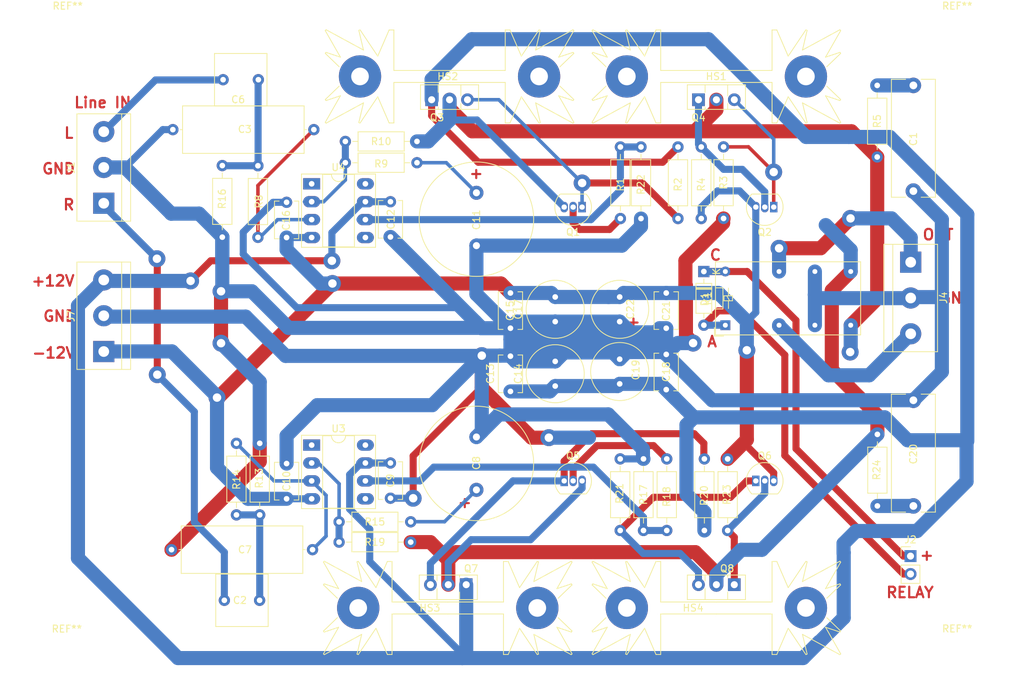
<source format=kicad_pcb>
(kicad_pcb (version 20211014) (generator pcbnew)
  (layers (0 "F.Cu" signal) (31 "B.Cu" signal) (34 "B.Paste" user) (35 "F.Paste" user) (36 "B.SilkS" user "B.Silkscreen") (37 "F.SilkS" user "F.Silkscreen") (38 "B.Mask" user) (39 "F.Mask" user) (44 "Edge.Cuts" user))
  (net 0 "")
  (net 1 "Net-(C1-Pad1)")
  (net 2 "Net-(C2-Pad1)")
  (net 3 "Net-(C2-Pad2)")
  (net 4 "GNDA")
  (net 5 "Net-(C3-Pad2)")
  (net 6 "Net-(C6-Pad2)")
  (net 7 "Net-(C6-Pad1)")
  (net 8 "Net-(C7-Pad2)")
  (net 9 "Net-(C8-Pad1)")
  (net 10 "+12V")
  (net 11 "-12V")
  (net 12 "Net-(C11-Pad1)")
  (net 13 "Net-(C20-Pad1)")
  (net 14 "Net-(D1-Pad1)")
  (net 16 "Net-(D1-Pad2)")
  (net 17 "Net-(J4-Pad3)")
  (net 18 "Net-(J4-Pad1)")
  (net 19 "Net-(K1-Pad8)")
  (net 20 "Net-(Q1-Pad2)")
  (net 21 "Net-(Q1-Pad1)")
  (net 22 "Net-(Q2-Pad1)")
  (net 23 "Net-(Q2-Pad2)")
  (net 24 "Net-(Q5-Pad2)")
  (net 25 "Net-(Q5-Pad1)")
  (net 26 "Net-(Q6-Pad1)")
  (net 27 "Net-(Q6-Pad2)")
  (net 29 "Net-(R1-Pad2)")
  (net 30 "Net-(R10-Pad2)")
  (net 31 "Net-(R15-Pad2)")
  (net 32 "Net-(R17-Pad2)")
  (net 37 "Net-(K1-Pad9)")
  (footprint "TerminalBlock:TerminalBlock_bornier-3_P5.08mm" (layer "F.Cu") (at 104.72674 71.07174 90)
    (fp_text reference "J1")
    (fp_text value "Line IN")
  )
  (footprint "Resistor_THT:R_Axial_DIN0207_L6.3mm_D2.5mm_P10.16mm_Horizontal" (layer "F.Cu") (at 180.9242 73.2409 90)
    (fp_text reference "R22")
    (fp_text value "10k")
  )
  (footprint "Resistor_THT:R_Axial_DIN0207_L6.3mm_D2.5mm_P10.16mm_Horizontal" (layer "F.Cu") (at 177.97526 107.35564 -90)
    (fp_text reference "R21")
    (fp_text value "4k7")
  )
  (footprint "Resistor_THT:R_Axial_DIN0207_L6.3mm_D2.5mm_P10.16mm_Horizontal" (layer "F.Cu") (at 121.539 75.8825 90)
    (fp_text reference "R16")
    (fp_text value "10k")
  )
  (footprint "Resistor_THT:R_Axial_DIN0207_L6.3mm_D2.5mm_P10.16mm_Horizontal" (layer "F.Cu") (at 148.26234 116.28628 180)
    (fp_text reference "R15")
    (fp_text value "3k")
  )
  (footprint "Resistor_THT:R_Axial_DIN0207_L6.3mm_D2.5mm_P10.16mm_Horizontal" (layer "F.Cu") (at 123.5456 115.3033 90)
    (fp_text reference "R14")
    (fp_text value "1k")
  )
  (footprint "Resistor_THT:R_Axial_DIN0207_L6.3mm_D2.5mm_P10.16mm_Horizontal" (layer "F.Cu") (at 126.8476 105.1433 -90)
    (fp_text reference "R13")
    (fp_text value "10k")
  )
  (footprint "Resistor_THT:R_Axial_DIN0207_L6.3mm_D2.5mm_P10.16mm_Horizontal" (layer "F.Cu") (at 149.15134 65.3161 180)
    (fp_text reference "R9")
    (fp_text value "3k")
  )
  (footprint "Resistor_THT:R_Axial_DIN0207_L6.3mm_D2.5mm_P10.16mm_Horizontal" (layer "F.Cu") (at 126.5936 65.7479 -90)
    (fp_text reference "R8")
    (fp_text value "1k")
  )
  (footprint "Resistor_THT:R_Axial_DIN0207_L6.3mm_D2.5mm_P10.16mm_Horizontal" (layer "F.Cu") (at 214.4268 64.5033 90)
    (fp_text reference "R5")
    (fp_text value "10")
  )
  (footprint "Resistor_THT:R_Axial_DIN0207_L6.3mm_D2.5mm_P10.16mm_Horizontal" (layer "F.Cu") (at 189.4713 63.0809 -90)
    (fp_text reference "R4")
    (fp_text value "5R6")
  )
  (footprint "Resistor_THT:R_Axial_DIN0207_L6.3mm_D2.5mm_P10.16mm_Horizontal" (layer "F.Cu") (at 192.6336 73.2282 90)
    (fp_text reference "R3")
    (fp_text value "4k7")
  )
  (footprint "Resistor_THT:R_Axial_DIN0207_L6.3mm_D2.5mm_P10.16mm_Horizontal" (layer "F.Cu") (at 186.1693 63.0809 -90)
    (fp_text reference "R2")
    (fp_text value "1k")
  )
  (footprint "Resistor_THT:R_Axial_DIN0207_L6.3mm_D2.5mm_P10.16mm_Horizontal" (layer "F.Cu") (at 178.0032 73.2409 90)
    (fp_text reference "R1")
    (fp_text value "100")
  )
  (footprint "Package_TO_SOT_THT:TO-126-3_Vertical" (layer "F.Cu") (at 194.1576 125.2093 180)
    (fp_text reference "Q8")
    (fp_text value "BD139")
  )
  (footprint "Package_TO_SOT_THT:TO-126-3_Vertical" (layer "F.Cu") (at 156.1338 125.2093 180)
    (fp_text reference "Q7")
    (fp_text value "BD140")
  )
  (footprint "Package_TO_SOT_THT:TO-92_Inline" (layer "F.Cu") (at 197.2056 110.4773)
    (fp_text reference "Q6")
    (fp_text value "BC550")
  )
  (footprint "Package_TO_SOT_THT:TO-92_Inline" (layer "F.Cu") (at 170.0276 110.4773)
    (fp_text reference "Q5")
    (fp_text value "BC550")
  )
  (footprint "Package_TO_SOT_THT:TO-126-3_Vertical" (layer "F.Cu") (at 189.0776 56.3753)
    (fp_text reference "Q4")
    (fp_text value "BD139")
  )
  (footprint "Package_TO_SOT_THT:TO-126-3_Vertical" (layer "F.Cu") (at 151.2316 56.3753)
    (fp_text reference "Q3")
    (fp_text value "BD140")
  )
  (footprint "Package_TO_SOT_THT:TO-92_Inline" (layer "F.Cu") (at 199.7456 71.6153 180)
    (fp_text reference "Q2")
    (fp_text value "BC550")
  )
  (footprint "Package_TO_SOT_THT:TO-92_Inline" (layer "F.Cu") (at 172.5676 71.6153 180)
    (fp_text reference "Q1")
    (fp_text value "BC550")
  )
  (footprint "Resistor_THT:R_Axial_DIN0207_L6.3mm_D2.5mm_P10.16mm_Horizontal" (layer "F.Cu") (at 148.26234 119.16918 180)
    (fp_text reference "R19")
    (fp_text value "10k")
  )
  (footprint "TerminalBlock:TerminalBlock_bornier-3_P5.08mm" (layer "F.Cu") (at 219.1766 79.4385 -90)
    (fp_text reference "J4")
    (fp_text value "Phones OUT")
  )
  (footprint "Resistor_THT:R_Axial_DIN0207_L6.3mm_D2.5mm_P10.16mm_Horizontal" (layer "F.Cu") (at 184.57926 107.35564 -90)
    (fp_text reference "R18")
    (fp_text value "100")
  )
  (footprint "Resistor_THT:R_Axial_DIN0207_L6.3mm_D2.5mm_P10.16mm_Horizontal" (layer "F.Cu") (at 181.27726 107.35564 -90)
    (fp_text reference "R17")
    (fp_text value "10k")
  )
  (footprint "Diode_THT:D_DO-35_SOD27_P7.62mm_Horizontal" (layer "F.Cu") (at 189.8396 80.7593 -90)
    (fp_text reference "D1")
    (fp_text value "1N4148")
  )
  (footprint "Capacitor_THT:C_Radial_D8.0mm_H11.5mm_P3.50mm" (layer "F.Cu") (at 177.9016 87.8713 90)
    (fp_text reference "C22")
    (fp_text value "100u")
  )
  (footprint "Capacitor_THT:C_Disc_D5.1mm_W3.2mm_P5.00mm" (layer "F.Cu") (at 184.5056 83.8073 -90)
    (fp_text reference "C21")
    (fp_text value "0.1u")
  )
  (footprint "Capacitor_THT:C_Rect_L16.5mm_W6.0mm_P15.00mm_MKT" (layer "F.Cu") (at 219.5576 114.0333 90)
    (fp_text reference "C20")
    (fp_text value "0.1u")
  )
  (footprint "Capacitor_THT:C_Radial_D8.0mm_H11.5mm_P3.50mm" (layer "F.Cu") (at 177.9016 93.2053 -90)
    (fp_text reference "C19")
    (fp_text value "100u")
  )
  (footprint "Capacitor_THT:C_Disc_D5.1mm_W3.2mm_P5.00mm" (layer "F.Cu") (at 184.5056 97.5233 90)
    (fp_text reference "C18")
    (fp_text value "0.1u")
  )
  (footprint "Capacitor_THT:C_Radial_D8.0mm_H11.5mm_P3.50mm" (layer "F.Cu") (at 168.7576 87.8713 90)
    (fp_text reference "C17")
    (fp_text value "100u")
  )
  (footprint "Capacitor_THT:C_Disc_D5.1mm_W3.2mm_P5.00mm" (layer "F.Cu") (at 130.6576 75.9333 90)
    (fp_text reference "C16")
    (fp_text value "0.1u")
  )
  (footprint "Capacitor_THT:C_Disc_D5.1mm_W3.2mm_P5.00mm" (layer "F.Cu") (at 162.4076 83.8073 -90)
    (fp_text reference "C15")
    (fp_text value "0.1u")
  )
  (footprint "Capacitor_THT:C_Radial_D8.0mm_H11.5mm_P3.50mm" (layer "F.Cu") (at 168.7576 97.0153 90)
    (fp_text reference "C14")
    (fp_text value "100u")
  )
  (footprint "Capacitor_THT:C_Disc_D5.1mm_W3.2mm_P5.00mm" (layer "F.Cu") (at 162.4076 97.7773 90)
    (fp_text reference "C13")
    (fp_text value "0.1u")
  )
  (footprint "Capacitor_THT:C_Disc_D5.1mm_W3.2mm_P5.00mm" (layer "F.Cu") (at 145.3896 70.8533 -90)
    (fp_text reference "C12")
    (fp_text value "0.1u")
  )
  (footprint "Capacitor_THT:C_Radial_D16.0mm_H25.0mm_P7.50mm" (layer "F.Cu") (at 157.5816 69.5833 -90)
    (fp_text reference "C11")
    (fp_text value "100u")
  )
  (footprint "Capacitor_THT:C_Disc_D5.1mm_W3.2mm_P5.00mm" (layer "F.Cu") (at 130.6576 113.0173 90)
    (fp_text reference "C10")
    (fp_text value "0.1u")
  )
  (footprint "Capacitor_THT:C_Disc_D5.1mm_W3.2mm_P5.00mm" (layer "F.Cu") (at 145.3896 107.9373 -90)
    (fp_text reference "C9")
    (fp_text value "0.1u")
  )
  (footprint "Capacitor_THT:C_Radial_D16.0mm_H25.0mm_P7.50mm" (layer "F.Cu") (at 157.5816 111.7473 90)
    (fp_text reference "C8")
    (fp_text value "100u")
  )
  (footprint "Capacitor_THT:C_Axial_L17.0mm_D6.5mm_P20.00mm_Horizontal" (layer "F.Cu") (at 114.33556 120.23852)
    (fp_text reference "C7")
    (fp_text value "330p")
  )
  (footprint "Capacitor_THT:C_Rect_L7.2mm_W7.2mm_P5.00mm_FKS2_FKP2_MKS2_MKP2" (layer "F.Cu") (at 126.65456 53.53304 180)
    (fp_text reference "C6")
    (fp_text value "4u7")
  )
  (footprint "Capacitor_THT:C_Axial_L17.0mm_D6.5mm_P20.00mm_Horizontal" (layer "F.Cu") (at 114.52606 60.61964)
    (fp_text reference "C3")
    (fp_text value "330p")
  )
  (footprint "Capacitor_THT:C_Rect_L7.2mm_W7.2mm_P5.00mm_FKS2_FKP2_MKS2_MKP2" (layer "F.Cu") (at 126.82982 127.42672 180)
    (fp_text reference "C2")
    (fp_text value "4u7")
  )
  (footprint "Resistor_THT:R_Axial_DIN0207_L6.3mm_D2.5mm_P10.16mm_Horizontal" (layer "F.Cu") (at 189.91326 117.51564 90)
    (fp_text reference "R20")
    (fp_text value "1k")
  )
  (footprint "Capacitor_THT:C_Rect_L16.5mm_W6.0mm_P15.00mm_MKT" (layer "F.Cu") (at 219.5576 54.3433 -90)
    (fp_text reference "C1")
    (fp_text value "0.1u")
  )
  (footprint "Package_DIP:DIP-8_W7.62mm_Socket_LongPads" (layer "F.Cu") (at 134.2136 68.3133)
    (fp_text reference "U4")
    (fp_text value "NE5534")
  )
  (footprint "Package_DIP:DIP-8_W7.62mm_Socket_LongPads" (layer "F.Cu") (at 134.2136 105.3973)
    (fp_text reference "U3")
    (fp_text value "NE5534")
  )
  (footprint "Resistor_THT:R_Axial_DIN0207_L6.3mm_D2.5mm_P10.16mm_Horizontal" (layer "F.Cu") (at 149.15134 62.2935 180)
    (fp_text reference "R10")
    (fp_text value "10k")
  )
  (footprint "Resistor_THT:R_Axial_DIN0207_L6.3mm_D2.5mm_P10.16mm_Horizontal" (layer "F.Cu") (at 214.4522 103.8733 -90)
    (fp_text reference "R24")
    (fp_text value "10")
  )
  (footprint "Resistor_THT:R_Axial_DIN0207_L6.3mm_D2.5mm_P10.16mm_Horizontal" (layer "F.Cu") (at 193.21526 117.51564 90)
    (fp_text reference "R23")
    (fp_text value "5R6")
  )
  (footprint "TerminalBlock:TerminalBlock_bornier-3_P5.08mm" (layer "F.Cu") (at 104.72674 92.11818 90)
    (fp_text reference "J7")
    (fp_text value "Power 12 V")
  )
  (footprint "Heatsink:Heatsink_Fischer_SK104-STC-STIC_35x13mm_2xDrill2.5mm" (layer "F.Cu") (at 191.6176 53.0733)
    (fp_text reference "HS1")
    (fp_text value "Heatsink")
  )
  (footprint "Heatsink:Heatsink_Fischer_SK104-STC-STIC_35x13mm_2xDrill2.5mm" (layer "F.Cu") (at 153.7716 53.0733)
    (fp_text reference "HS2")
    (fp_text value "Heatsink")
  )
  (footprint "Heatsink:Heatsink_Fischer_SK104-STC-STIC_35x13mm_2xDrill2.5mm" (layer "F.Cu") (at 153.5176 128.5113)
    (fp_text reference "HS3")
    (fp_text value "Heatsink")
  )
  (footprint "Heatsink:Heatsink_Fischer_SK104-STC-STIC_35x13mm_2xDrill2.5mm" (layer "F.Cu") (at 191.6176 128.5113)
    (fp_text reference "HS4")
    (fp_text value "Heatsink")
  )
  (footprint "Relay_THT:Relay_DPDT_Omron_G5V-2" (layer "F.Cu") (at 192.8876 88.3793 90)
    (fp_text reference "K1")
    (fp_text value "EC2-3NU")
  )
  (footprint "MountingHole:MountingHole_3.2mm_M3" (layer "F.Cu") (at 225.7806 47.2694)
    (fp_text reference "REF**")
    (fp_text value "MountingHole_3.2mm_M3")
  )
  (footprint "MountingHole:MountingHole_3.2mm_M3" (layer "F.Cu") (at 99.4918 135.6868)
    (fp_text reference "REF**")
    (fp_text value "MountingHole_3.2mm_M3")
  )
  (footprint "MountingHole:MountingHole_3.2mm_M3" (layer "F.Cu") (at 99.6188 47.2694)
    (fp_text reference "REF**")
    (fp_text value "MountingHole_3.2mm_M3")
  )
  (footprint "MountingHole:MountingHole_3.2mm_M3" (layer "F.Cu") (at 225.7806 135.6614)
    (fp_text reference "REF**")
    (fp_text value "MountingHole_3.2mm_M3")
  )
  (footprint "Connector_PinHeader_2.54mm:PinHeader_1x02_P2.54mm_Vertical" (layer "F.Cu") (at 219.1512 121.153)
    (fp_text reference "J2")
    (fp_text value "Relay")
  )
  (gr_text "+" (at 155.9306 113.5253) (layer "F.Cu") (effects (font (size 1.5 1.5) (thickness 0.3))))
  (gr_text "GND" (at 225.6282 84.5185) (layer "F.Cu") (effects (font (size 1.5 1.5) (thickness 0.3))))
  (gr_text "GND" (at 98.31578 66.17208) (layer "F.Cu") (effects (font (size 1.5 1.5) (thickness 0.3))))
  (gr_text "A" (at 191.008 90.7161) (layer "F.Cu") (effects (font (size 1.5 1.5) (thickness 0.3))))
  (gr_text "C" (at 191.4779 78.4225) (layer "F.Cu") (effects (font (size 1.5 1.5) (thickness 0.3))))
  (gr_text "-12V" (at 97.62744 92.30868) (layer "F.Cu") (effects (font (size 1.5 1.5) (thickness 0.3))))
  (gr_text "+" (at 170.8912 96.8121) (layer "F.Cu") (effects (font (size 1.5 1.5) (thickness 0.3))))
  (gr_text "+" (at 157.5562 66.8147) (layer "F.Cu") (effects (font (size 1.5 1.5) (thickness 0.3))))
  (gr_text "GND" (at 98.46564 87.08898) (layer "F.Cu") (effects (font (size 1.5 1.5) (thickness 0.3))))
  (gr_text "L" (at 223.8756 79.7179) (layer "F.Cu") (effects (font (size 1.5 1.5) (thickness 0.3))))
  (gr_text "+12V" (at 97.53854 82.08518) (layer "F.Cu") (effects (font (size 1.5 1.5) (thickness 0.3))))
  (gr_text "L" (at 99.76358 61.10478) (layer "F.Cu") (effects (font (size 1.5 1.5) (thickness 0.3))))
  (gr_text "+" (at 180.086 96.7359) (layer "F.Cu") (effects (font (size 1.5 1.5) (thickness 0.3))))
  (gr_text "RELAY" (at 219.075 126.3142) (layer "F.Cu") (effects (font (size 1.5 1.5) (thickness 0.3))))
  (gr_text "R" (at 223.9264 89.6747) (layer "F.Cu") (effects (font (size 1.5 1.5) (thickness 0.3))))
  (gr_text "Line IN" (at 104.57688 56.77662) (layer "F.Cu") (effects (font (size 1.5 1.5) (thickness 0.3))))
  (gr_text "+" (at 170.7388 87.8967) (layer "F.Cu") (effects (font (size 1.5 1.5) (thickness 0.3))))
  (gr_text "+" (at 179.8574 87.8967) (layer "F.Cu") (effects (font (size 1.5 1.5) (thickness 0.3))))
  (gr_text "+" (at 221.4626 121.0056) (layer "F.Cu") (effects (font (size 1.5 1.5) (thickness 0.3))))
  (gr_text "OUT" (at 223.0628 75.5269) (layer "F.Cu") (effects (font (size 1.5 1.5) (thickness 0.3))))
  (gr_text "R" (at 99.76358 71.27748) (layer "F.Cu") (effects (font (size 1.5 1.5) (thickness 0.3))))
  (segment (start 214.4268 54.3433) (end 219.5576 54.3433) (width 2) (layer "B.Cu") (net 1))
  (segment (start 123.5456 115.3033) (end 123.5964 115.3541) (width 1) (layer "F.Cu") (net 2))
  (segment (start 126.8476 115.3287) (end 126.8476 115.3033) (width 1) (layer "F.Cu") (net 2))
  (segment (start 126.8476 115.3033) (end 126.8476 127.40894) (width 1) (layer "B.Cu") (net 2))
  (segment (start 126.8476 115.3033) (end 123.5456 115.3033) (width 1) (layer "B.Cu") (net 2))
  (segment (start 126.8476 127.40894) (end 126.82982 127.42672) (width 1) (layer "B.Cu") (net 2))
  (segment (start 112.318798 95.4024) (end 112.318798 78.993998) (width 1) (layer "F.Cu") (net 3))
  (segment (start 112.318798 78.993998) (end 112.268 78.9432) (width 1) (layer "F.Cu") (net 3))
  (via (at 112.318798 95.4024) (size 2.4) (drill 1.2) (layers "F.Cu" "B.Cu") (net 3))
  (via (at 112.268 78.9432) (size 2.4) (drill 1.2) (layers "F.Cu" "B.Cu") (net 3))
  (segment (start 121.82982 127.42672) (end 121.82982 120.59412) (width 1) (layer "B.Cu") (net 3))
  (segment (start 112.268 78.9432) (end 104.72674 71.40194) (width 1) (layer "B.Cu") (net 3))
  (segment (start 104.72674 71.40194) (end 104.72674 71.07174) (width 1) (layer "B.Cu") (net 3))
  (segment (start 117.57406 116.33836) (end 117.57406 100.657662) (width 1) (layer "B.Cu") (net 3))
  (segment (start 117.57406 100.657662) (end 112.318798 95.4024) (width 1) (layer "B.Cu") (net 3))
  (segment (start 121.82982 120.59412) (end 117.57406 116.33836) (width 1) (layer "B.Cu") (net 3))
  (segment (start 158.3436 92.6973) (end 158.3436 97.1931) (width 1) (layer "F.Cu") (net 4))
  (segment (start 192.5701 73.8759) (end 192.5701 73.2917) (width 2) (layer "F.Cu") (net 4))
  (segment (start 158.3436 97.282) (end 165.4048 104.3432) (width 2) (layer "F.Cu") (net 4))
  (segment (start 180.9877 73.2409) (end 181.0893 73.2409) (width 1) (layer "F.Cu") (net 4))
  (segment (start 187.2234 82.677) (end 187.2234 79.2226) (width 2) (layer "F.Cu") (net 4))
  (segment (start 114.33556 120.23852) (end 114.3381 120.23852) (width 2) (layer "F.Cu") (net 4))
  (segment (start 187.2234 79.2226) (end 192.5701 73.8759) (width 2) (layer "F.Cu") (net 4))
  (segment (start 188.3156 90.9193) (end 187.2996 89.9033) (width 2) (layer "F.Cu") (net 4))
  (segment (start 121.36122 83.566) (end 121.36122 90.93198) (width 2) (layer "F.Cu") (net 4))
  (segment (start 158.3436 97.1931) (end 148.6116 106.9251) (width 1) (layer "F.Cu") (net 4))
  (segment (start 126.8476 107.72902) (end 126.8476 105.1433) (width 2) (layer "F.Cu") (net 4))
  (segment (start 114.3381 120.23852) (end 126.8476 107.72902) (width 2) (layer "F.Cu") (net 4))
  (segment (start 187.2996 82.7532) (end 187.2234 82.677) (width 2) (layer "F.Cu") (net 4))
  (segment (start 158.3436 92.6973) (end 158.3436 97.282) (width 2) (layer "F.Cu") (net 4))
  (segment (start 165.4048 104.3432) (end 167.8559 104.3432) (width 2) (layer "F.Cu") (net 4))
  (segment (start 192.5701 73.2917) (end 192.6336 73.2282) (width 2) (layer "F.Cu") (net 4))
  (segment (start 148.6116 106.9251) (end 148.6116 112.9373) (width 1) (layer "F.Cu") (net 4))
  (segment (start 187.2996 89.9033) (end 187.2996 82.7532) (width 2) (layer "F.Cu") (net 4))
  (via (at 158.3436 92.6973) (size 2.4) (drill 1.2) (layers "F.Cu" "B.Cu") (net 4))
  (via (at 148.6116 112.9373) (size 2.4) (drill 1.2) (layers "F.Cu" "B.Cu") (net 4))
  (via (at 121.36122 83.566) (size 2.4) (drill 1.2) (layers "F.Cu" "B.Cu") (net 4))
  (via (at 121.36122 90.93198) (size 2.4) (drill 1.2) (layers "F.Cu" "B.Cu") (net 4))
  (via (at 167.8559 104.3432) (size 2.4) (drill 1.2) (layers "F.Cu" "B.Cu") (net 4))
  (via (at 188.3156 90.9193) (size 2.4) (drill 1.2) (layers "F.Cu" "B.Cu") (net 4))
  (segment (start 163.3436 87.8713) (end 162.4076 88.8073) (width 2) (layer "B.Cu") (net 4))
  (segment (start 130.5179 92.7354) (end 128.2827 90.5002) (width 2) (layer "B.Cu") (net 4))
  (segment (start 177.97526 107.35564) (end 181.27726 107.35564) (width 1) (layer "B.Cu") (net 4))
  (segment (start 157.5816 104.2473) (end 158.3436 103.4853) (width 2) (layer "B.Cu") (net 4))
  (segment (start 168.7576 91.6813) (end 168.7576 93.5153) (width 2) (layer "B.Cu") (net 4))
  (segment (start 186.1096 90.9193) (end 184.5056 92.5233) (width 2) (layer "B.Cu") (net 4))
  (segment (start 114.52606 60.61964) (end 113.1062 60.61964) (width 1) (layer "B.Cu") (net 4))
  (segment (start 168.7576 87.8713) (end 163.3436 87.8713) (width 2) (layer "B.Cu") (net 4))
  (segment (start 165.9636 90.9193) (end 164.6936 90.9193) (width 2) (layer "B.Cu") (net 4))
  (segment (start 184.5056 92.5233) (end 184.5056 90.9193) (width 2) (layer "B.Cu") (net 4))
  (segment (start 173.5455 104.3432) (end 167.8559 104.3432) (width 2) (layer "B.Cu") (net 4))
  (segment (start 176.276 101.0412) (end 160.7877 101.0412) (width 2) (layer "B.Cu") (net 4))
  (segment (start 223.5962 84.1375) (end 223.3422 84.3915) (width 2) (layer "B.Cu") (net 4))
  (segment (start 121.539 75.8825) (end 121.539 79.375) (width 2) (layer "B.Cu") (net 4))
  (segment (start 177.9016 87.8713) (end 177.9016 88.3793) (width 2) (layer "B.Cu") (net 4))
  (segment (start 168.7576 87.8713) (end 177.9016 87.8713) (width 2) (layer "B.Cu") (net 4))
  (segment (start 170.2816 89.3953) (end 176.8856 89.3953) (width 2) (layer "B.Cu") (net 4))
  (segment (start 121.539 75.8444) (end 121.539 75.8825) (width 2) (layer "B.Cu") (net 4))
  (segment (start 182.9816 89.3953) (end 179.4256 89.3953) (width 2) (layer "B.Cu") (net 4))
  (segment (start 169.5196 90.9193) (end 168.7576 90.9193) (width 2) (layer "B.Cu") (net 4))
  (segment (start 219.5576 69.3433) (end 223.5962 73.3819) (width 2) (layer "B.Cu") (net 4))
  (segment (start 181.2036 107.28198) (end 181.27726 107.35564) (width 2) (layer "B.Cu") (net 4))
  (segment (start 178.1556 90.9193) (end 177.9016 90.6653) (width 2) (layer "B.Cu") (net 4))
  (segment (start 124.8537 87.1601) (end 104.84866 87.1601) (width 2) (layer "B.Cu") (net 4))
  (segment (start 205.5876 80.7593) (end 205.5876 84.0613) (width 2) (layer "B.Cu") (net 4))
  (segment (start 177.9016 88.3793) (end 177.9016 90.6653) (width 2) (layer "B.Cu") (net 4))
  (segment (start 130.6576 70.9333) (end 128.7488 70.9333) (width 1) (layer "B.Cu") (net 4))
  (segment (start 223.5962 94.9947) (end 219.5576 99.0333) (width 2) (layer "B.Cu") (net 4))
  (segment (start 155.4264 85.8901) (end 157.4057 87.8694) (width 1) (layer "B.Cu") (net 4))
  (segment (start 162.4076 88.8073) (end 164.5196 90.9193) (width 2) (layer "B.Cu") (net 4))
  (segment (start 205.5876 84.0613) (end 206.0702 84.5439) (width 2) (layer "B.Cu") (net 4))
  (segment (start 158.2966 88.7603) (end 158.3436 88.8073) (width 2) (layer "B.Cu") (net 4))
  (segment (start 191.0156 99.0333) (end 184.5056 92.5233) (width 2) (layer "B.Cu") (net 4))
  (segment (start 126.8476 96.41836) (end 121.36122 90.93198) (width 2) (layer "B.Cu") (net 4))
  (segment (start 121.36122 83.566) (end 125.73 83.566) (width 2) (layer "B.Cu") (net 4))
  (segment (start 162.4076 92.7773) (end 166.8996 92.7773) (width 2) (layer "B.Cu") (net 4))
  (segment (start 162.4076 92.7773) (end 162.3276 92.6973) (width 2) (layer "B.Cu") (net 4))
  (segment (start 163.8516 88.8073) (end 165.9636 90.9193) (width 2) (layer "B.Cu") (net 4))
  (segment (start 114.28984 72.5424) (end 107.73664 65.9892) (width 2) (layer "B.Cu") (net 4))
  (segment (start 132.112798 85.8901) (end 155.4264 85.8901) (width 1) (layer "B.Cu") (net 4))
  (segment (start 205.5876 84.0613) (end 205.5876 88.3793) (width 2) (layer "B.Cu") (net 4))
  (segment (start 124.5108 75.1713) (end 124.5108 78.288102) (width 1) (layer "B.Cu") (net 4))
  (segment (start 151.3078 99.7331) (end 158.3436 92.6973) (width 2) (layer "B.Cu") (net 4))
  (segment (start 164.6936 90.9193) (end 162.9156 90.9193) (width 2) (layer "B.Cu") (net 4))
  (segment (start 163.1456 93.5153) (end 162.4076 92.7773) (width 2) (layer "B.Cu") (net 4))
  (segment (start 128.1938 90.5002) (end 124.8537 87.1601) (width 2) (layer "B.Cu") (net 4))
  (segment (start 178.9176 92.1893) (end 184.1716 92.1893) (width 2) (layer "B.Cu") (net 4))
  (segment (start 130.9243 88.7603) (end 158.2966 88.7603) (width 2) (layer "B.Cu") (net 4))
  (segment (start 180.9242 74.3712) (end 178.2121 77.0833) (width 2) (layer "B.Cu") (net 4))
  (segment (start 184.1716 92.1893) (end 184.5056 92.5233) (width 2) (layer "B.Cu") (net 4))
  (segment (start 168.7576 87.8713) (end 168.7576 91.6813) (width 2) (layer "B.Cu") (net 4))
  (segment (start 157.4057 87.8694) (end 145.3896 75.8533) (width 2) (layer "B.Cu") (net 4))
  (segment (start 162.4076 88.8073) (end 158.3436 88.8073) (width 2) (layer "B.Cu") (net 4))
  (segment (start 184.5056 90.9193) (end 178.1556 90.9193) (width 2) (layer "B.Cu") (net 4))
  (segment (start 219.3036 84.3915) (end 219.1766 84.5185) (width 2) (layer "B.Cu") (net 4))
  (segment (start 125.73 83.566) (end 130.9243 88.7603) (width 2) (layer "B.Cu") (net 4))
  (segment (start 121.539 75.8825) (end 121.539 83.38822) (width 2) (layer "B.Cu") (net 4))
  (segment (start 104.77754 87.08898) (end 104.72674 87.03818) (width 2) (layer "B.Cu") (net 4))
  (segment (start 168.7576 87.8713) (end 170.2816 89.3953) (width 2) (layer "B.Cu") (net 4))
  (segment (start 118.237 72.5424) (end 121.539 75.8444) (width 2) (layer "B.Cu") (net 4))
  (segment (start 170.0276 92.2453) (end 176.9416 92.2453) (width 2) (layer "B.Cu") (net 4))
  (segment (start 178.1556 90.9193) (end 169.5196 90.9193) (width 2) (layer "B.Cu") (net 4))
  (segment (start 162.9156 90.9193) (end 162.4076 90.4113) (width 2) (layer "B.Cu") (net 4))
  (segment (start 181.2036 105.9688) (end 176.276 101.0412) (width 2) (layer "B.Cu") (net 4))
  (segment (start 162.4076 92.7773) (end 162.4076 90.4113) (width 2) (layer "B.Cu") (net 4))
  (segment (start 162.3276 92.6973) (end 160.8836 92.6973) (width 2) (layer "B.Cu") (net 4))
  (segment (start 104.84866 87.1601) (end 104.72674 87.03818) (width 2) (layer "B.Cu") (net 4))
  (segment (start 158.3436 103.4853) (end 158.3436 92.6973) (width 2) (layer "B.Cu") (net 4))
  (segment (start 177.9016 93.2053) (end 178.9176 92.1893) (width 2) (layer "B.Cu") (net 4))
  (segment (start 206.0702 84.5439) (end 219.1512 84.5439) (width 2) (layer "B.Cu") (net 4))
  (segment (start 223.3422 84.3915) (end 219.3036 84.3915) (width 2) (layer "B.Cu") (net 4))
  (segment (start 124.5108 78.288102) (end 132.112798 85.8901) (width 1) (layer "B.Cu") (net 4))
  (segment (start 177.9016 90.6653) (end 177.9016 93.2053) (width 2) (layer "B.Cu") (net 4))
  (segment (start 135.001 99.7331) (end 151.3078 99.7331) (width 2) (layer "B.Cu") (net 4))
  (segment (start 145.3896 112.9373) (end 148.6116 112.9373) (width 1) (layer "B.Cu") (net 4))
  (segment (start 130.6576 104.0765) (end 135.001 99.7331) (width 2) (layer "B.Cu") (net 4))
  (segment (start 162.4076 88.8073) (end 166.6456 88.8073) (width 2) (layer "B.Cu") (net 4))
  (segment (start 188.3156 90.9193) (end 186.1096 90.9193) (width 2) (layer "B.Cu") (net 4))
  (segment (start 157.5816 83.9813) (end 162.4076 88.8073) (width 2) (layer "B.Cu") (net 4))
  (segment (start 168.7576 93.5153) (end 163.1456 93.5153) (width 2) (layer "B.Cu") (net 4))
  (segment (start 184.5056 88.8073) (end 183.5696 88.8073) (width 2) (layer "B.Cu") (net 4))
  (segment (start 180.9242 73.2409) (end 180.9242 74.3712) (width 2) (layer "B.Cu") (net 4))
  (segment (start 104.72928 65.9892) (end 104.72674 65.99174) (width 2) (layer "B.Cu") (net 4))
  (segment (start 176.9416 92.2453) (end 177.9016 93.2053) (width 2) (layer "B.Cu") (net 4))
  (segment (start 107.73664 65.9892) (end 104.72928 65.9892) (width 2) (layer "B.Cu") (net 4))
  (segment (start 183.5696 88.8073) (end 182.9816 89.3953) (width 2) (layer "B.Cu") (net 4))
  (segment (start 114.3 72.5424) (end 114.28984 72.5424) (width 2) (layer "B.Cu") (net 4))
  (segment (start 184.5056 90.9193) (end 184.5056 88.8073) (width 2) (layer "B.Cu") (net 4))
  (segment (start 168.7576 90.9193) (end 165.9636 90.9193) (width 2) (layer "B.Cu") (net 4))
  (segment (start 168.7576 93.5153) (end 170.0276 92.2453) (width 2) (layer "B.Cu") (net 4))
  (segment (start 178.2121 77.0833) (end 157.5816 77.0833) (width 2) (layer "B.Cu") (net 4))
  (segment (start 157.5816 77.0833) (end 157.5816 83.9813) (width 2) (layer "B.Cu") (net 4))
  (segment (start 158.3055 92.7354) (end 130.5179 92.7354) (width 2) (layer "B.Cu") (net 4))
  (segment (start 169.5196 90.9193) (end 168.7576 91.6813) (width 2) (layer "B.Cu") (net 4))
  (segment (start 121.539 83.38822) (end 121.36122 83.566) (width 2) (layer "B.Cu") (net 4))
  (segment (start 158.3436 88.8073) (end 157.4057 87.8694) (width 2) (layer "B.Cu") (net 4))
  (segment (start 219.5576 99.0333) (end 191.0156 99.0333) (width 2) (layer "B.Cu") (net 4))
  (segment (start 160.8836 92.6973) (end 158.3436 92.6973) (width 2) (layer "B.Cu") (net 4))
  (segment (start 126.8476 105.1433) (end 126.8476 96.41836) (width 2) (layer "B.Cu") (net 4))
  (segment (start 219.1512 84.5439) (end 219.1766 84.5185) (width 2) (layer "B.Cu") (net 4))
  (segment (start 160.7877 101.0412) (end 157.5816 104.2473) (width 2) (layer "B.Cu") (net 4))
  (segment (start 223.5962 73.3819) (end 223.5962 84.1375) (width 2) (layer "B.Cu") (net 4))
  (segment (start 162.4076 88.8073) (end 163.8516 88.8073) (width 2) (layer "B.Cu") (net 4))
  (segment (start 164.5196 90.9193) (end 164.6936 90.9193) (width 2) (layer "B.Cu") (net 4))
  (segment (start 128.2827 90.5002) (end 128.1938 90.5002) (width 2) (layer "B.Cu") (net 4))
  (segment (start 166.8996 92.7773) (end 168.7576 90.9193) (width 2) (layer "B.Cu") (net 4))
  (segment (start 223.5962 84.1375) (end 223.5962 94.9947) (width 2) (layer "B.Cu") (net 4))
  (segment (start 158.3436 92.6973) (end 158.3055 92.7354) (width 2) (layer "B.Cu") (net 4))
  (segment (start 166.6456 88.8073) (end 168.7576 90.9193) (width 2) (layer "B.Cu") (net 4))
  (segment (start 176.8856 89.3953) (end 177.9016 88.3793) (width 2) (layer "B.Cu") (net 4))
  (segment (start 162.4076 90.4113) (end 162.4076 88.8073) (width 2) (layer "B.Cu") (net 4))
  (segment (start 179.4256 89.3953) (end 177.9016 87.8713) (width 2) (layer "B.Cu") (net 4))
  (segment (start 130.6576 108.0173) (end 130.6576 104.0765) (width 2) (layer "B.Cu") (net 4))
  (segment (start 114.3 72.5424) (end 118.237 72.5424) (width 2) (layer "B.Cu") (net 4))
  (segment (start 181.2036 105.9688) (end 181.2036 107.28198) (width 2) (layer "B.Cu") (net 4))
  (segment (start 128.7488 70.9333) (end 124.5108 75.1713) (width 1) (layer "B.Cu") (net 4))
  (segment (start 113.1062 60.61964) (end 107.73664 65.9892) (width 1) (layer "B.Cu") (net 4))
  (segment (start 134.52606 60.61964) (end 126.5936 68.5521) (width 0.5) (layer "F.Cu") (net 5))
  (segment (start 126.5936 68.5521) (end 126.5936 75.9079) (width 0.5) (layer "F.Cu") (net 5))
  (segment (start 126.5936 75.9079) (end 126.5936 75.8952) (width 1) (layer "F.Cu") (net 5))
  (segment (start 134.21868 73.38822) (end 134.2136 73.3933) (width 0.5) (layer "B.Cu") (net 5))
  (segment (start 134.2136 73.3933) (end 129.3876 73.3933) (width 0.5) (layer "B.Cu") (net 5))
  (segment (start 129.3876 73.3933) (end 126.5936 76.1873) (width 0.5) (layer "B.Cu") (net 5))
  (segment (start 134.52606 60.61964) (end 134.54638 60.63996) (width 0.5) (layer "B.Cu") (net 5))
  (segment (start 104.73182 60.91682) (end 104.72674 60.91174) (width 1) (layer "B.Cu") (net 6))
  (segment (start 121.619 53.5686) (end 112.06988 53.5686) (width 1) (layer "B.Cu") (net 6))
  (segment (start 112.06988 53.5686) (end 104.72674 60.91174) (width 1) (layer "B.Cu") (net 6))
  (segment (start 121.65456 53.53304) (end 121.619 53.5686) (width 1) (layer "B.Cu") (net 6))
  (segment (start 121.5644 65.7479) (end 121.539 65.7225) (width 1) (layer "F.Cu") (net 7))
  (segment (start 126.5936 65.7479) (end 121.5644 65.7479) (width 1) (layer "B.Cu") (net 7))
  (segment (start 126.65456 54.05882) (end 126.62916 54.08422) (width 1) (layer "B.Cu") (net 7))
  (segment (start 126.65456 53.53304) (end 126.65456 54.05882) (width 1) (layer "B.Cu") (net 7))
  (segment (start 126.61646 65.75044) (end 126.61646 53.57114) (width 1) (layer "B.Cu") (net 7))
  (segment (start 126.61646 53.57114) (end 126.65456 53.53304) (width 1) (layer "B.Cu") (net 7))
  (segment (start 126.6571 65.6844) (end 126.5936 65.7479) (width 1) (layer "B.Cu") (net 7))
  (segment (start 121.5644 65.7479) (end 121.539 65.7225) (width 1) (layer "B.Cu") (net 7))
  (segment (start 126.6698 65.6717) (end 126.5936 65.7479) (width 1) (layer "B.Cu") (net 7))
  (segment (start 136.25576 118.31832) (end 134.33556 120.23852) (width 0.5) (layer "B.Cu") (net 8))
  (segment (start 128.8796 110.4773) (end 134.2136 110.4773) (width 0.5) (layer "B.Cu") (net 8))
  (segment (start 134.2136 110.4773) (end 136.25576 112.51946) (width 0.5) (layer "B.Cu") (net 8))
  (segment (start 123.5456 105.1433) (end 128.8796 110.4773) (width 0.5) (layer "B.Cu") (net 8))
  (segment (start 136.25576 112.51946) (end 136.25576 118.31832) (width 0.5) (layer "B.Cu") (net 8))
  (segment (start 157.5816 111.7473) (end 153.0604 116.2685) (width 0.5) (layer "B.Cu") (net 9))
  (segment (start 153.0604 116.2685) (end 148.28012 116.2685) (width 0.5) (layer "B.Cu") (net 9))
  (segment (start 148.28012 116.2685) (end 148.26234 116.28628) (width 0.5) (layer "B.Cu") (net 9))
  (segment (start 186.1693 63.0809) (end 186.1693 63.1952) (width 1) (layer "F.Cu") (net 10))
  (segment (start 151.2316 56.3753) (end 151.2316 58.64352) (width 1) (layer "F.Cu") (net 10))
  (segment (start 157.83306 65.24498) (end 184.00522 65.24498) (width 1) (layer "F.Cu") (net 10))
  (segment (start 137.033 79.2861) (end 137.0838 79.2353) (width 2) (layer "F.Cu") (net 10))
  (segment (start 151.2316 58.64352) (end 157.83306 65.24498) (width 1) (layer "F.Cu") (net 10))
  (segment (start 119.900698 79.2353) (end 117.0432 82.092798) (width 1) (layer "F.Cu") (net 10))
  (segment (start 184.00522 65.24498) (end 186.1693 63.0809) (width 1) (layer "F.Cu") (net 10))
  (segment (start 137.0838 79.2353) (end 119.900698 79.2353) (width 1) (layer "F.Cu") (net 10))
  (via (at 117.0432 82.092798) (size 2.4) (drill 1.2) (layers "F.Cu" "B.Cu") (net 10))
  (via (at 137.0838 79.2353) (size 2.4) (drill 1.2) (layers "F.Cu" "B.Cu") (net 10))
  (segment (start 162.4076 97.7773) (end 167.9956 97.7773) (width 2) (layer "B.Cu") (net 10))
  (segment (start 209.6516 120.6373) (end 209.677 120.6627) (width 2) (layer "B.Cu") (net 10))
  (segment (start 188.4426 101.4603) (end 187.37326 102.52964) (width 2) (layer "B.Cu") (net 10))
  (segment (start 139.602341 114.479201) (end 142.45336 117.33022) (width 1) (layer "B.Cu") (net 10))
  (segment (start 188.4426 101.4603) (end 215.4936 101.4603) (width 2) (layer "B.Cu") (net 10))
  (segment (start 156.1338 135.0645) (end 155.575 135.6233) (width 2) (layer "B.Cu") (net 10))
  (segment (start 227.1014 110.5535) (end 220.0656 117.5893) (width 2) (layer "B.Cu") (net 10))
  (segment (start 115.2525 135.6233) (end 101.0666 121.4374) (width 2) (layer "B.Cu") (net 10))
  (segment (start 209.6516 119.3673) (end 209.6516 120.6373) (width 2) (layer "B.Cu") (net 10))
  (segment (start 177.5916 97.0153) (end 177.9016 96.7053) (width 2) (layer "B.Cu") (net 10))
  (segment (start 156.1338 125.2093) (end 156.1338 135.0645) (width 2) (layer "B.Cu") (net 10))
  (segment (start 130.10388 135.6106) (end 126.365 135.6106) (width 1) (layer "B.Cu") (net 10))
  (segment (start 168.7576 97.0153) (end 177.5916 97.0153) (width 2) (layer "B.Cu") (net 10))
  (segment (start 141.8336 107.9373) (end 141.0208 107.9373) (width 1) (layer "B.Cu") (net 10))
  (segment (start 137.0838 75.23988) (end 137.0838 79.2353) (width 1) (layer "B.Cu") (net 10))
  (segment (start 141.8336 107.9373) (end 141.3256 107.9373) (width 1) (layer "B.Cu") (net 10))
  (segment (start 145.3896 107.9373) (end 141.8336 107.9373) (width 1) (layer "B.Cu") (net 10))
  (segment (start 141.8336 107.9373) (end 141.2494 107.9373) (width 1) (layer "B.Cu") (net 10))
  (segment (start 101.0666 121.4374) (end 101.0666 85.61832) (width 2) (layer "B.Cu") (net 10))
  (segment (start 151.2316 56.3753) (end 151.2316 53.4753) (width 2) (layer "B.Cu") (net 10))
  (segment (start 141.47038 70.8533) (end 137.0838 75.23988) (width 1) (layer "B.Cu") (net 10))
  (segment (start 185.8391 98.8568) (end 184.5056 97.5233) (width 2) (layer "B.Cu") (net 10))
  (segment (start 211.4296 117.5893) (end 209.6516 119.3673) (width 2) (layer "B.Cu") (net 10))
  (segment (start 187.43676 112.43564) (end 187.37326 112.37214) (width 2) (layer "B.Cu") (net 10))
  (segment (start 183.6876 96.7053) (end 184.5056 97.5233) (width 2) (layer "B.Cu") (net 10))
  (segment (start 156.9168 47.7901) (end 190.4746 47.7901) (width 2) (layer "B.Cu") (net 10))
  (segment (start 220.0656 117.5893) (end 211.4296 117.5893) (width 2) (layer "B.Cu") (net 10))
  (segment (start 203.9112 135.6233) (end 155.575 135.6233) (width 2) (layer "B.Cu") (net 10))
  (segment (start 210.4009 61.6585) (end 216.2048 61.6585) (width 2) (layer "B.Cu") (net 10))
  (segment (start 104.861358 82.092798) (end 104.72674 81.95818) (width 2) (layer "B.Cu") (net 10))
  (segment (start 218.7448 104.7115) (end 227.0252 104.7115) (width 2) (layer "B.Cu") (net 10))
  (segment (start 142.45336 117.33022) (end 142.45336 121.91746) (width 1) (layer "B.Cu") (net 10))
  (segment (start 187.37326 102.52964) (end 187.37326 112.37214) (width 2) (layer "B.Cu") (net 10))
  (segment (start 204.343 61.6585) (end 210.4009 61.6585) (width 2) (layer "B.Cu") (net 10))
  (segment (start 151.2316 53.4753) (end 156.9168 47.7901) (width 2) (layer "B.Cu") (net 10))
  (segment (start 187.2996 100.3173) (end 184.5056 97.5233) (width 2) (layer "B.Cu") (net 10))
  (segment (start 142.45336 121.91746) (end 156.1465 135.6106) (width 1) (layer "B.Cu") (net 10))
  (segment (start 206.1972 133.3373) (end 203.9112 135.6233) (width 2) (layer "B.Cu") (net 10))
  (segment (start 227.1014 104.6353) (end 227.1014 110.5535) (width 2) (layer "B.Cu") (net 10))
  (segment (start 101.0666 85.61832) (end 104.72674 81.95818) (width 2) (layer "B.Cu") (net 10))
  (segment (start 189.91326 114.91214) (end 187.43676 112.43564) (width 2) (layer "B.Cu") (net 10))
  (segment (start 145.3896 70.8533) (end 141.8336 70.8533) (width 1) (layer "B.Cu") (net 10))
  (segment (start 117.0432 82.092798) (end 104.861358 82.092798) (width 2) (layer "B.Cu") (net 10))
  (segment (start 190.4746 47.7901) (end 204.343 61.6585) (width 2) (layer "B.Cu") (net 10))
  (segment (start 104.790238 82.021678) (end 104.72674 81.95818) (width 2) (layer "B.Cu") (net 10))
  (segment (start 167.9956 97.7773) (end 168.7576 97.0153) (width 2) (layer "B.Cu") (net 10))
  (segment (start 117.030502 82.0801) (end 117.0432 82.092798) (width 2) (layer "B.Cu") (net 10))
  (segment (start 227.0252 104.7115) (end 227.1014 104.6353) (width 2) (layer "B.Cu") (net 10))
  (segment (start 187.2996 100.3173) (end 188.4426 101.4603) (width 2) (layer "B.Cu") (net 10))
  (segment (start 139.602341 109.584359) (end 139.602341 114.479201) (width 1) (layer "B.Cu") (net 10))
  (segment (start 206.248 133.3373) (end 206.1972 133.3373) (width 2) (layer "B.Cu") (net 10))
  (segment (start 177.9016 96.7053) (end 183.6876 96.7053) (width 2) (layer "B.Cu") (net 10))
  (segment (start 215.4936 101.4603) (end 218.7448 104.7115) (width 2) (layer "B.Cu") (net 10))
  (segment (start 141.2494 107.9373) (end 139.602341 109.584359) (width 1) (layer "B.Cu") (net 10))
  (segment (start 216.2048 61.6585) (end 227.203 72.6567) (width 2) (layer "B.Cu") (net 10))
  (segment (start 141.8336 70.8533) (end 141.47038 70.8533) (width 1) (layer "B.Cu") (net 10))
  (segment (start 155.575 135.6233) (end 115.2525 135.6233) (width 2) (layer "B.Cu") (net 10))
  (segment (start 189.91326 117.51564) (end 189.91326 114.91214) (width 2) (layer "B.Cu") (net 10))
  (segment (start 209.677 120.6627) (end 209.677 129.9083) (width 2) (layer "B.Cu") (net 10))
  (segment (start 209.677 129.9083) (end 206.248 133.3373) (width 2) (layer "B.Cu") (net 10))
  (segment (start 227.203 72.6567) (end 227.203 104.8385) (width 2) (layer "B.Cu") (net 10))
  (segment (start 195.9356 91.9353) (end 195.9356 104.6353) (width 2) (layer "F.Cu") (net 11))
  (segment (start 137.16 82.4611) (end 137.159996 82.461104) (width 2) (layer "F.Cu") (net 11))
  (segment (start 161.0614 82.4611) (end 137.16 82.4611) (width 2) (layer "F.Cu") (net 11))
  (segment (start 162.4076 83.8073) (end 161.0614 82.4611) (width 2) (layer "F.Cu") (net 11))
  (segment (start 120.9675 98.6536) (end 120.7897 98.6536) (width 2) (layer "F.Cu") (net 11))
  (segment (start 199.7456 109.3343) (end 195.9356 105.5243) (width 1) (layer "F.Cu") (net 11))
  (segment (start 162.4076 83.7819) (end 162.4076 83.8073) (width 2) (layer "F.Cu") (net 11))
  (segment (start 195.9356 105.5243) (end 195.9356 104.6353) (width 1) (layer "F.Cu") (net 11))
  (segment (start 195.9356 104.6353) (end 193.21526 107.35564) (width 2) (layer "F.Cu") (net 11))
  (segment (start 137.159996 82.461104) (end 120.9675 98.6536) (width 2) (layer "F.Cu") (net 11))
  (segment (start 199.7456 110.4773) (end 199.7456 109.3343) (width 1) (layer "F.Cu") (net 11))
  (via (at 195.9356 91.9353) (size 2.4) (drill 1.2) (layers "F.Cu" "B.Cu") (net 11))
  (via (at 120.7897 98.6536) (size 2.4) (drill 1.2) (layers "F.Cu" "B.Cu") (net 11))
  (via (at 137.159996 82.461104) (size 2.4) (drill 1.2) (layers "F.Cu" "B.Cu") (net 11))
  (segment (start 130.6576 75.9333) (end 130.6576 77.655764) (width 2) (layer "B.Cu") (net 11))
  (segment (start 191.7827 69.3166) (end 189.4713 71.628) (width 1) (layer "B.Cu") (net 11))
  (segment (start 176.3216 84.3713) (end 177.9016 84.3713) (width 2) (layer "B.Cu") (net 11))
  (segment (start 130.6576 75.9333) (end 134.2136 75.9333) (width 1) (layer "B.Cu") (net 11))
  (segment (start 130.6576 77.655764) (end 135.46294 82.461104) (width 2) (layer "B.Cu") (net 11))
  (segment (start 162.4076 83.8073) (end 168.1936 83.8073) (width 2) (layer "B.Cu") (net 11))
  (segment (start 191.904956 83.8073) (end 195.9356 87.837944) (width 2) (layer "B.Cu") (net 11))
  (segment (start 125.1966 113.0173) (end 120.7897 108.6104) (width 2) (layer "B.Cu") (net 11))
  (segment (start 178.4656 83.8073) (end 177.9016 84.3713) (width 2) (layer "B.Cu") (net 11))
  (segment (start 130.6576 113.0173) (end 125.1966 113.0173) (width 2) (layer "B.Cu") (net 11))
  (segment (start 194.9069 69.3166) (end 191.7827 69.3166) (width 1) (layer "B.Cu") (net 11))
  (segment (start 104.74452 92.1004) (end 104.72674 92.11818) (width 2) (layer "B.Cu") (net 11))
  (segment (start 130.6576 113.0173) (end 134.2136 113.0173) (width 1) (layer "B.Cu") (net 11))
  (segment (start 120.7897 98.6536) (end 120.7897 98.4885) (width 2) (layer "B.Cu") (net 11))
  (segment (start 195.9356 87.837944) (end 195.9356 91.9353) (width 2) (layer "B.Cu") (net 11))
  (segment (start 168.7576 84.3713) (end 176.3216 84.3713) (width 2) (layer "B.Cu") (net 11))
  (segment (start 184.5056 83.8073) (end 178.4656 83.8073) (width 2) (layer "B.Cu") (net 11))
  (segment (start 168.1936 83.8073) (end 168.7576 84.3713) (width 2) (layer "B.Cu") (net 11))
  (segment (start 104.81564 92.02928) (end 104.72674 92.11818) (width 2) (layer "B.Cu") (net 11))
  (segment (start 120.7897 98.4885) (end 114.4016 92.1004) (width 2) (layer "B.Cu") (net 11))
  (segment (start 135.46294 82.461104) (end 137.159996 82.461104) (width 2) (layer "B.Cu") (net 11))
  (segment (start 189.4713 71.628) (end 189.4713 73.2409) (width 1) (layer "B.Cu") (net 11))
  (segment (start 197.2056 86.567944) (end 195.9356 87.837944) (width 1) (layer "B.Cu") (net 11))
  (segment (start 184.5056 83.8073) (end 191.904956 83.8073) (width 2) (layer "B.Cu") (net 11))
  (segment (start 199.7456 110.2233) (end 199.70061 110.17831) (width 1) (layer "B.Cu") (net 11))
  (segment (start 197.2056 71.6153) (end 194.9069 69.3166) (width 1) (layer "B.Cu") (net 11))
  (segment (start 199.7456 110.4773) (end 199.7456 110.2233) (width 1) (layer "B.Cu") (net 11))
  (segment (start 197.2056 71.6153) (end 197.2056 86.567944) (width 1) (layer "B.Cu") (net 11))
  (segment (start 120.7897 108.6104) (end 120.7897 98.6536) (width 2) (layer "B.Cu") (net 11))
  (segment (start 114.4016 92.1004) (end 104.74452 92.1004) (width 2) (layer "B.Cu") (net 11))
  (segment (start 153.3144 65.3161) (end 157.5816 69.5833) (width 0.5) (layer "B.Cu") (net 12))
  (segment (start 149.15134 65.3161) (end 153.3144 65.3161) (width 0.5) (layer "B.Cu") (net 12))
  (segment (start 219.5576 114.0333) (end 214.4522 114.0333) (width 2) (layer "B.Cu") (net 13))
  (segment (start 202.9079 87.6935) (end 202.9079 105.9053) (width 1) (layer "F.Cu") (net 14))
  (segment (start 189.8396 80.7593) (end 195.9737 80.7593) (width 1) (layer "F.Cu") (net 14))
  (segment (start 218.1556 121.153) (end 219.1512 121.153) (width 1) (layer "F.Cu") (net 14))
  (segment (start 202.9079 105.9053) (end 218.1556 121.153) (width 1) (layer "F.Cu") (net 14))
  (segment (start 195.9737 80.7593) (end 202.9079 87.6935) (width 1) (layer "F.Cu") (net 14))
  (segment (start 189.8396 80.7593) (end 192.8876 80.7593) (width 1) (layer "B.Cu") (net 14))
  (segment (start 191.8716 86.3473) (end 195.0593 86.3473) (width 1) (layer "F.Cu") (net 16))
  (segment (start 201.3204 106.8705) (end 218.1429 123.693) (width 1) (layer "F.Cu") (net 16))
  (segment (start 218.1429 123.693) (end 219.1512 123.693) (width 1) (layer "F.Cu") (net 16))
  (segment (start 189.8396 88.3793) (end 191.8716 86.3473) (width 1) (layer "F.Cu") (net 16))
  (segment (start 195.0593 86.3473) (end 201.3204 92.6084) (width 1) (layer "F.Cu") (net 16))
  (segment (start 201.3204 92.6084) (end 201.3204 106.8705) (width 1) (layer "F.Cu") (net 16))
  (segment (start 189.8396 88.3793) (end 192.8876 88.3793) (width 1) (layer "B.Cu") (net 16))
  (segment (start 200.5076 88.3793) (end 200.5076 88.4809) (width 2) (layer "B.Cu") (net 17))
  (segment (start 213.2838 95.4913) (end 219.1766 89.5985) (width 2) (layer "B.Cu") (net 17))
  (segment (start 207.518 95.4913) (end 213.2838 95.4913) (width 2) (layer "B.Cu") (net 17))
  (segment (start 200.5076 88.4809) (end 207.518 95.4913) (width 2) (layer "B.Cu") (net 17))
  (segment (start 206.400402 77.4573) (end 210.6422 73.215502) (width 2) (layer "F.Cu") (net 18))
  (segment (start 200.5076 77.4573) (end 206.400402 77.4573) (width 2) (layer "F.Cu") (net 18))
  (via (at 210.6422 73.215502) (size 2.4) (drill 1.2) (layers "F.Cu" "B.Cu") (net 18))
  (via (at 200.5076 77.4573) (size 2.4) (drill 1.2) (layers "F.Cu" "B.Cu") (net 18))
  (segment (start 219.1766 79.4385) (end 219.1766 75.9385) (width 2) (layer "B.Cu") (net 18))
  (segment (start 219.1766 75.9385) (end 216.453602 73.215502) (width 2) (layer "B.Cu") (net 18))
  (segment (start 200.5076 80.7593) (end 200.5076 77.4573) (width 2) (layer "B.Cu") (net 18))
  (segment (start 216.453602 73.215502) (end 210.6422 73.215502) (width 2) (layer "B.Cu") (net 18))
  (segment (start 153.7716 57.648092) (end 156.979368 60.85586) (width 2) (layer "F.Cu") (net 19))
  (segment (start 214.4268 84.6201) (end 214.4268 64.5033) (width 2) (layer "F.Cu") (net 19))
  (segment (start 210.6676 88.3793) (end 214.4268 84.6201) (width 2) (layer "F.Cu") (net 19))
  (segment (start 210.77936 60.85586) (end 214.4268 64.5033) (width 2) (layer "F.Cu") (net 19))
  (segment (start 191.6176 57.795302) (end 191.6176 56.3753) (width 2) (layer "F.Cu") (net 19))
  (segment (start 153.7716 56.3753) (end 153.7716 57.648092) (width 2) (layer "F.Cu") (net 19))
  (segment (start 188.557042 60.85586) (end 190.251222 59.16168) (width 2) (layer "F.Cu") (net 19))
  (segment (start 190.251222 59.16168) (end 191.6176 57.795302) (width 2) (layer "F.Cu") (net 19))
  (segment (start 188.557042 60.85586) (end 210.77936 60.85586) (width 2) (layer "F.Cu") (net 19))
  (segment (start 156.979368 60.85586) (end 188.557042 60.85586) (width 2) (layer "F.Cu") (net 19))
  (via (at 210.5914 92.1893) (size 2.4) (drill 1.2) (layers "F.Cu" "B.Cu") (net 19))
  (segment (start 150.73122 62.2935) (end 149.15134 62.2935) (width 2) (layer "B.Cu") (net 19))
  (segment (start 153.7716 56.3753) (end 153.7716 59.25312) (width 2) (layer "B.Cu") (net 19))
  (segment (start 153.7716 59.25312) (end 150.73122 62.2935) (width 2) (layer "B.Cu") (net 19))
  (segment (start 210.6676 88.3793) (end 210.6676 92.1131) (width 2) (layer "B.Cu") (net 19))
  (segment (start 157.66542 59.25312) (end 170.0276 71.6153) (width 1) (layer "B.Cu") (net 19))
  (segment (start 210.6676 92.1131) (end 210.5914 92.1893) (width 2) (layer "B.Cu") (net 19))
  (segment (start 153.7716 59.25312) (end 157.66542 59.25312) (width 1) (layer "B.Cu") (net 19))
  (segment (start 171.2976 71.6153) (end 171.2976 73.8759) (width 1) (layer "F.Cu") (net 20))
  (segment (start 176.4538 74.7903) (end 178.0032 73.2409) (width 1) (layer "F.Cu") (net 20))
  (segment (start 177.8762 73.1139) (end 178.0032 73.2409) (width 1) (layer "F.Cu") (net 20))
  (segment (start 171.2976 73.8759) (end 172.212 74.7903) (width 1) (layer "F.Cu") (net 20))
  (segment (start 172.212 74.7903) (end 176.4538 74.7903) (width 1) (layer "F.Cu") (net 20))
  (segment (start 186.1693 73.2409) (end 181.12232 68.19392) (width 1) (layer "F.Cu") (net 21))
  (segment (start 172.5676 71.6153) (end 172.52261 71.57031) (width 1) (layer "F.Cu") (net 21))
  (segment (start 181.12232 68.19392) (end 172.57522 68.19392) (width 1) (layer "F.Cu") (net 21))
  (via (at 172.57522 68.19392) (size 2.4) (drill 1.2) (layers "F.Cu" "B.Cu") (net 21))
  (segment (start 172.5676 68.20154) (end 172.57522 68.19392) (width 0.5) (layer "B.Cu") (net 21))
  (segment (start 172.5549 71.6026) (end 172.5676 71.6153) (width 0.5) (layer "B.Cu") (net 21))
  (segment (start 160.7566 56.3753) (end 172.57522 68.19392) (width 0.5) (layer "B.Cu") (net 21))
  (segment (start 172.5676 71.6153) (end 172.5676 68.20154) (width 0.5) (layer "B.Cu") (net 21))
  (segment (start 156.3116 56.3753) (end 160.7566 56.3753) (width 0.5) (layer "B.Cu") (net 21))
  (segment (start 199.7456 71.6153) (end 199.7456 66.641982) (width 0.5) (layer "F.Cu") (net 22))
  (segment (start 192.6336 63.0682) (end 196.171818 63.0682) (width 0.5) (layer "F.Cu") (net 22))
  (segment (start 196.171818 63.0682) (end 199.7456 66.641982) (width 0.5) (layer "F.Cu") (net 22))
  (via (at 199.7456 66.641982) (size 2.4) (drill 1.2) (layers "F.Cu" "B.Cu") (net 22))
  (segment (start 199.7456 61.9633) (end 199.7456 66.641982) (width 0.5) (layer "B.Cu") (net 22))
  (segment (start 194.1576 56.3753) (end 199.7456 61.9633) (width 0.5) (layer "B.Cu") (net 22))
  (segment (start 189.4713 63.0809) (end 192.6463 66.2559) (width 1) (layer "B.Cu") (net 23))
  (segment (start 192.6463 66.2559) (end 195.2879 66.2559) (width 1) (layer "B.Cu") (net 23))
  (segment (start 189.0776 56.3753) (end 189.0776 62.6872) (width 1) (layer "B.Cu") (net 23))
  (segment (start 189.0776 62.6872) (end 189.4713 63.0809) (width 1) (layer "B.Cu") (net 23))
  (segment (start 198.4756 69.4436) (end 198.4756 71.6153) (width 1) (layer "B.Cu") (net 23))
  (segment (start 195.2879 66.2559) (end 198.4756 69.4436) (width 1) (layer "B.Cu") (net 23))
  (segment (start 171.2976 108.8517) (end 174.68088 105.46842) (width 1) (layer "F.Cu") (net 24))
  (segment (start 182.69204 105.46842) (end 184.57926 107.35564) (width 1) (layer "F.Cu") (net 24))
  (segment (start 171.2976 110.4773) (end 171.2976 108.8517) (width 1) (layer "F.Cu") (net 24))
  (segment (start 174.68088 105.46842) (end 182.69204 105.46842) (width 1) (layer "F.Cu") (net 24))
  (segment (start 188.4807 103.7844) (end 173.9138 103.7844) (width 1) (layer "F.Cu") (net 25))
  (segment (start 173.9138 103.7844) (end 170.0276 107.6706) (width 1) (layer "F.Cu") (net 25))
  (segment (start 170.0276 107.6706) (end 170.0276 110.4773) (width 1) (layer "F.Cu") (net 25))
  (segment (start 189.8396 105.1433) (end 188.4807 103.7844) (width 1) (layer "F.Cu") (net 25))
  (segment (start 189.8396 107.28198) (end 189.91326 107.35564) (width 1) (layer "F.Cu") (net 25))
  (segment (start 189.8396 105.1433) (end 189.8396 107.28198) (width 1) (layer "F.Cu") (net 25))
  (segment (start 170.0276 110.4773) (end 162.7632 110.4773) (width 1) (layer "B.Cu") (net 25))
  (segment (start 162.7632 110.4773) (end 151.0538 122.1867) (width 1) (layer "B.Cu") (net 25))
  (segment (start 151.0538 122.1867) (end 151.0538 125.2093) (width 1) (layer "B.Cu") (net 25))
  (segment (start 182.68696 112.80394) (end 177.97526 117.51564) (width 1) (layer "F.Cu") (net 26))
  (segment (start 195.9356 110.4773) (end 193.60896 112.80394) (width 1) (layer "F.Cu") (net 26))
  (segment (start 197.2056 110.4773) (end 195.9356 110.4773) (width 1) (layer "F.Cu") (net 26))
  (segment (start 193.60896 112.80394) (end 182.68696 112.80394) (width 1) (layer "F.Cu") (net 26))
  (segment (start 189.0776 123.3805) (end 189.0776 125.2093) (width 1) (layer "B.Cu") (net 26))
  (segment (start 186.4741 120.777) (end 189.0776 123.3805) (width 1) (layer "B.Cu") (net 26))
  (segment (start 181.23662 120.777) (end 186.4741 120.777) (width 1) (layer "B.Cu") (net 26))
  (segment (start 177.97526 117.51564) (end 181.23662 120.777) (width 1) (layer "B.Cu") (net 26))
  (segment (start 194.1576 119.8753) (end 194.1576 125.2093) (width 1) (layer "F.Cu") (net 27))
  (segment (start 193.21526 117.51564) (end 194.1576 118.45798) (width 1) (layer "F.Cu") (net 27))
  (segment (start 194.1576 118.45798) (end 194.1576 119.8753) (width 1) (layer "F.Cu") (net 27))
  (segment (start 198.4756 112.2553) (end 193.21526 117.51564) (width 1) (layer "B.Cu") (net 27))
  (segment (start 198.4756 110.4773) (end 198.4756 112.2553) (width 1) (layer "B.Cu") (net 27))
  (segment (start 141.8336 73.3933) (end 173.8376 73.3933) (width 1) (layer "B.Cu") (net 29))
  (segment (start 173.8376 73.3933) (end 178.0032 69.2277) (width 1) (layer "B.Cu") (net 29))
  (segment (start 178.0032 69.2277) (end 178.0032 63.0809) (width 1) (layer "B.Cu") (net 29))
  (segment (start 141.8336 73.3933) (end 141.0716 73.3933) (width 1) (layer "B.Cu") (net 29))
  (segment (start 178.0032 63.0809) (end 180.9242 63.0809) (width 1) (layer "B.Cu") (net 29))
  (segment (start 135.1788 70.8533) (end 134.2136 70.8533) (width 0.5) (layer "B.Cu") (net 30))
  (segment (start 134.2136 70.8533) (end 133.1976 70.8533) (width 0.5) (layer "B.Cu") (net 30))
  (segment (start 138.99134 62.2935) (end 138.99134 65.3161) (width 1) (layer "B.Cu") (net 30))
  (segment (start 134.2136 70.8533) (end 133.4516 70.8533) (width 0.5) (layer "B.Cu") (net 30))
  (segment (start 135.9136 70.8533) (end 138.99134 67.77556) (width 0.5) (layer "B.Cu") (net 30))
  (segment (start 138.99134 67.77556) (end 138.99134 65.3161) (width 0.5) (layer "B.Cu") (net 30))
  (segment (start 134.2136 70.8533) (end 135.9136 70.8533) (width 0.5) (layer "B.Cu") (net 30))
  (segment (start 138.10742 116.2812) (end 138.10234 116.28628) (width 0.5) (layer "B.Cu") (net 31))
  (segment (start 138.10234 116.28628) (end 138.10234 119.16918) (width 1) (layer "B.Cu") (net 31))
  (segment (start 134.2136 107.9373) (end 135.1534 107.9373) (width 0.5) (layer "B.Cu") (net 31))
  (segment (start 135.1534 107.9373) (end 138.10742 110.89132) (width 0.5) (layer "B.Cu") (net 31))
  (segment (start 138.10742 110.89132) (end 138.10742 116.2812) (width 0.5) (layer "B.Cu") (net 31))
  (segment (start 184.80786 117.51564) (end 184.57926 117.51564) (width 1) (layer "F.Cu") (net 32))
  (segment (start 151.5364 108.5215) (end 149.5806 110.4773) (width 1) (layer "B.Cu") (net 32))
  (segment (start 149.5806 110.4773) (end 141.8336 110.4773) (width 1) (layer "B.Cu") (net 32))
  (segment (start 181.27726 117.51564) (end 181.27726 115.63096) (width 1) (layer "B.Cu") (net 32))
  (segment (start 181.27726 115.63096) (end 174.1678 108.5215) (width 1) (layer "B.Cu") (net 32))
  (segment (start 184.57926 117.51564) (end 181.27726 117.51564) (width 1) (layer "B.Cu") (net 32))
  (segment (start 174.1678 108.5215) (end 151.5364 108.5215) (width 1) (layer "B.Cu") (net 32))
  (segment (start 214.4522 101.1809) (end 207.9879 94.7166) (width 2) (layer "F.Cu") (net 37))
  (segment (start 188.63056 120.59412) (end 154.71648 120.59412) (width 2) (layer "F.Cu") (net 37))
  (segment (start 207.9879 83.439) (end 210.6676 80.7593) (width 2) (layer "F.Cu") (net 37))
  (segment (start 153.5938 121.7168) (end 153.5938 125.2093) (width 2) (layer "F.Cu") (net 37))
  (segment (start 214.4522 103.8733) (end 214.4522 101.1809) (width 2) (layer "F.Cu") (net 37))
  (segment (start 154.71648 120.59412) (end 153.5938 121.7168) (width 2) (layer "F.Cu") (net 37))
  (segment (start 191.6176 123.58116) (end 188.63056 120.59412) (width 2) (layer "F.Cu") (net 37))
  (segment (start 207.9879 94.7166) (end 207.9879 83.439) (width 2) (layer "F.Cu") (net 37))
  (segment (start 148.26234 119.16918) (end 151.04618 119.16918) (width 2) (layer "F.Cu") (net 37))
  (segment (start 191.6176 125.2093) (end 191.6176 123.58116) (width 2) (layer "F.Cu") (net 37))
  (segment (start 151.04618 119.16918) (end 153.5938 121.7168) (width 2) (layer "F.Cu") (net 37))
  (segment (start 207.1243 74.168) (end 210.6676 77.7113) (width 2) (layer "B.Cu") (net 37))
  (segment (start 153.5938 122.06224) (end 153.5938 125.2093) (width 1) (layer "B.Cu") (net 37))
  (segment (start 156.8323 118.82374) (end 153.5938 122.06224) (width 1) (layer "B.Cu") (net 37))
  (segment (start 210.6676 77.7113) (end 210.6676 80.7593) (width 2) (layer "B.Cu") (net 37))
  (segment (start 195.148058 120.25884) (end 198.06666 120.25884) (width 2) (layer "B.Cu") (net 37))
  (segment (start 198.06666 120.25884) (end 214.4522 103.8733) (width 2) (layer "B.Cu") (net 37))
  (segment (start 172.5676 110.4773) (end 172.5676 111.5187) (width 1) (layer "B.Cu") (net 37))
  (segment (start 172.5676 111.5187) (end 165.26256 118.82374) (width 1) (layer "B.Cu") (net 37))
  (segment (start 165.26256 118.82374) (end 156.8323 118.82374) (width 1) (layer "B.Cu") (net 37))
  (segment (start 191.6176 125.2093) (end 191.6176 123.789298) (width 2) (layer "B.Cu") (net 37))
  (segment (start 191.6176 123.789298) (end 195.148058 120.25884) (width 2) (layer "B.Cu") (net 37))
)
</source>
